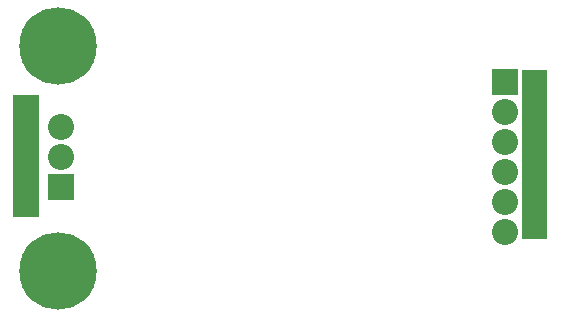
<source format=gbs>
%FSLAX25Y25*%
%MOIN*%
G70*
G01*
G75*
G04 Layer_Color=16711935*
%ADD10R,0.08600X0.06000*%
%ADD11R,0.07087X0.05118*%
%ADD12R,0.02165X0.04134*%
%ADD13R,0.05118X0.07087*%
%ADD14R,0.31496X0.08661*%
%ADD15R,0.05315X0.04724*%
%ADD16C,0.03000*%
%ADD17C,0.06000*%
%ADD18C,0.02000*%
%ADD19C,0.01500*%
%ADD20C,0.01000*%
%ADD21C,0.10000*%
%ADD22C,0.07874*%
%ADD23R,0.07874X0.07874*%
%ADD24C,0.25000*%
%ADD25C,0.02700*%
%ADD26C,0.15000*%
%ADD27C,0.00800*%
%ADD28C,0.00984*%
%ADD29C,0.00700*%
%ADD30C,0.01200*%
%ADD31C,0.00787*%
%ADD32C,0.00500*%
%ADD33R,0.09400X0.06800*%
%ADD34R,0.07687X0.05718*%
%ADD35R,0.02965X0.04934*%
%ADD36R,0.05718X0.07687*%
%ADD37R,0.32296X0.09461*%
%ADD38R,0.05915X0.05324*%
%ADD39C,0.08674*%
%ADD40R,0.08674X0.08674*%
%ADD41C,0.25800*%
G36*
X1038000Y640500D02*
X1029500D01*
Y697000D01*
X1038000D01*
Y640500D01*
D02*
G37*
G36*
X868500Y648000D02*
X860000D01*
Y688500D01*
X868500D01*
Y648000D01*
D02*
G37*
D39*
X1024000Y643000D02*
D03*
Y653000D02*
D03*
Y663000D02*
D03*
Y673000D02*
D03*
Y683000D02*
D03*
X876000Y678000D02*
D03*
Y668000D02*
D03*
D40*
X1024000Y693000D02*
D03*
X876000Y658000D02*
D03*
D41*
X875000Y705000D02*
D03*
Y630000D02*
D03*
M02*

</source>
